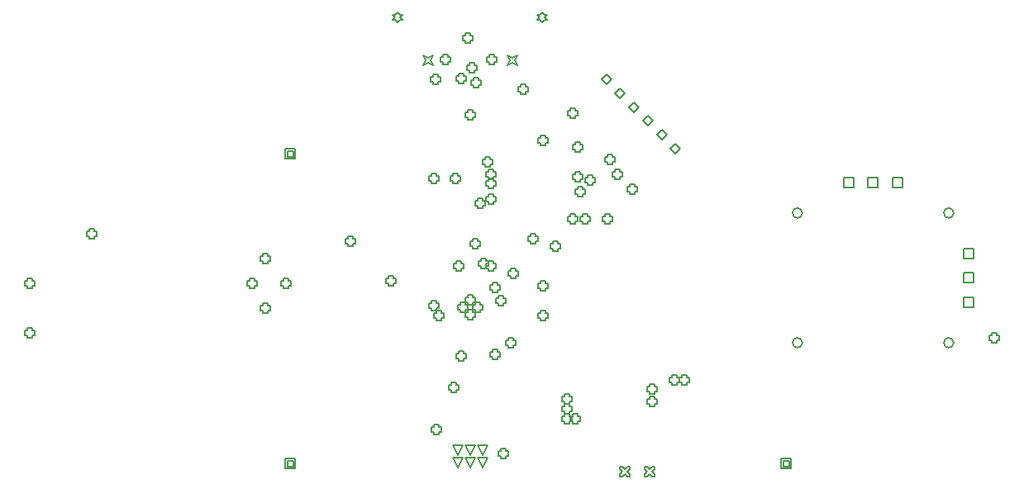
<source format=gbr>
%TF.GenerationSoftware,Altium Limited,Altium Designer,23.6.0 (18)*%
G04 Layer_Color=2752767*
%FSLAX25Y25*%
%MOIN*%
%TF.SameCoordinates,9FC677E3-0757-43A4-AD8A-435CCD31EDD7*%
%TF.FilePolarity,Positive*%
%TF.FileFunction,Drawing*%
%TF.Part,Single*%
G01*
G75*
%TA.AperFunction,NonConductor*%
%ADD105C,0.00500*%
%ADD106C,0.00667*%
D105*
X148000Y148000D02*
Y152000D01*
X152000D01*
Y148000D01*
X148000D01*
X148800Y148800D02*
Y151200D01*
X151200D01*
Y148800D01*
X148800D01*
X148000Y23000D02*
Y27000D01*
X152000D01*
Y23000D01*
X148000D01*
X148800Y23800D02*
Y26200D01*
X151200D01*
Y23800D01*
X148800D01*
X237508Y185921D02*
X238508Y187921D01*
X237508Y189921D01*
X239508Y188921D01*
X241508Y189921D01*
X240508Y187921D01*
X241508Y185921D01*
X239508Y186921D01*
X237508Y185921D01*
X203492D02*
X204492Y187921D01*
X203492Y189921D01*
X205492Y188921D01*
X207492Y189921D01*
X206492Y187921D01*
X207492Y185921D01*
X205492Y186921D01*
X203492Y185921D01*
X251634Y203284D02*
X252634Y204284D01*
X253634D01*
X252634Y205284D01*
X253634Y206284D01*
X252634D01*
X251634Y207284D01*
X250634Y206284D01*
X249634D01*
X250634Y205284D01*
X249634Y204284D01*
X250634D01*
X251634Y203284D01*
X193366D02*
X194366Y204284D01*
X195366D01*
X194366Y205284D01*
X195366Y206284D01*
X194366D01*
X193366Y207284D01*
X192366Y206284D01*
X191366D01*
X192366Y205284D01*
X191366Y204284D01*
X192366D01*
X193366Y203284D01*
X217500Y23549D02*
X215500Y27549D01*
X219500D01*
X217500Y23549D01*
Y28549D02*
X215500Y32549D01*
X219500D01*
X217500Y28549D01*
X222500Y23549D02*
X220500Y27549D01*
X224500D01*
X222500Y23549D01*
Y28549D02*
X220500Y32549D01*
X224500D01*
X222500Y28549D01*
X227500Y23549D02*
X225500Y27549D01*
X229500D01*
X227500Y23549D01*
Y28549D02*
X225500Y32549D01*
X229500D01*
X227500Y28549D01*
X303298Y152214D02*
X305298Y154214D01*
X307298Y152214D01*
X305298Y150214D01*
X303298Y152214D01*
X297730Y157782D02*
X299730Y159782D01*
X301730Y157782D01*
X299730Y155781D01*
X297730Y157782D01*
X292162Y163349D02*
X294162Y165349D01*
X296162Y163349D01*
X294162Y161349D01*
X292162Y163349D01*
X286595Y168917D02*
X288595Y170917D01*
X290595Y168917D01*
X288595Y166917D01*
X286595Y168917D01*
X281027Y174485D02*
X283027Y176485D01*
X285027Y174485D01*
X283027Y172485D01*
X281027Y174485D01*
X275459Y180052D02*
X277459Y182053D01*
X279459Y180052D01*
X277459Y178052D01*
X275459Y180052D01*
X293000Y19755D02*
X294000D01*
X295000Y20755D01*
X296000Y19755D01*
X297000D01*
Y20755D01*
X296000Y21755D01*
X297000Y22755D01*
Y23755D01*
X296000D01*
X295000Y22755D01*
X294000Y23755D01*
X293000D01*
Y22755D01*
X294000Y21755D01*
X293000Y20755D01*
Y19755D01*
X283000D02*
X284000D01*
X285000Y20755D01*
X286000Y19755D01*
X287000D01*
Y20755D01*
X286000Y21755D01*
X287000Y22755D01*
Y23755D01*
X286000D01*
X285000Y22755D01*
X284000Y23755D01*
X283000D01*
Y22755D01*
X284000Y21755D01*
X283000Y20755D01*
Y19755D01*
X348000Y23000D02*
Y27000D01*
X352000D01*
Y23000D01*
X348000D01*
X348800Y23800D02*
Y26200D01*
X351200D01*
Y23800D01*
X348800D01*
X421386Y88157D02*
Y92158D01*
X425386D01*
Y88157D01*
X421386D01*
Y98000D02*
Y102000D01*
X425386D01*
Y98000D01*
X421386D01*
Y107843D02*
Y111843D01*
X425386D01*
Y107843D01*
X421386D01*
X392843Y136386D02*
Y140386D01*
X396843D01*
Y136386D01*
X392843D01*
X383000D02*
Y140386D01*
X387000D01*
Y136386D01*
X383000D01*
X373158D02*
Y140386D01*
X377157D01*
Y136386D01*
X373158D01*
X262977Y165500D02*
Y164500D01*
X264977D01*
Y165500D01*
X265977D01*
Y167500D01*
X264977D01*
Y168500D01*
X262977D01*
Y167500D01*
X261977D01*
Y165500D01*
X262977D01*
X43958Y96797D02*
Y95797D01*
X45958D01*
Y96797D01*
X46958D01*
Y98796D01*
X45958D01*
Y99796D01*
X43958D01*
Y98796D01*
X42958D01*
Y96797D01*
X43958D01*
Y76797D02*
Y75797D01*
X45958D01*
Y76797D01*
X46958D01*
Y78796D01*
X45958D01*
Y79796D01*
X43958D01*
Y78796D01*
X42958D01*
Y76797D01*
X43958D01*
X68958Y116797D02*
Y115796D01*
X70958D01*
Y116797D01*
X71958D01*
Y118797D01*
X70958D01*
Y119797D01*
X68958D01*
Y118797D01*
X67958D01*
Y116797D01*
X68958D01*
X133560Y96797D02*
Y95797D01*
X135560D01*
Y96797D01*
X136560D01*
Y98796D01*
X135560D01*
Y99796D01*
X133560D01*
Y98796D01*
X132560D01*
Y96797D01*
X133560D01*
X138958Y106797D02*
Y105797D01*
X140958D01*
Y106797D01*
X141958D01*
Y108797D01*
X140958D01*
Y109797D01*
X138958D01*
Y108797D01*
X137958D01*
Y106797D01*
X138958D01*
Y86796D02*
Y85796D01*
X140958D01*
Y86796D01*
X141958D01*
Y88797D01*
X140958D01*
Y89797D01*
X138958D01*
Y88797D01*
X137958D01*
Y86796D01*
X138958D01*
X147177Y96797D02*
Y95797D01*
X149177D01*
Y96797D01*
X150177D01*
Y98796D01*
X149177D01*
Y99796D01*
X147177D01*
Y98796D01*
X146177D01*
Y96797D01*
X147177D01*
X173136Y113755D02*
Y112755D01*
X175136D01*
Y113755D01*
X176136D01*
Y115755D01*
X175136D01*
Y116755D01*
X173136D01*
Y115755D01*
X172136D01*
Y113755D01*
X173136D01*
X189500Y97755D02*
Y96755D01*
X191500D01*
Y97755D01*
X192500D01*
Y99755D01*
X191500D01*
Y100755D01*
X189500D01*
Y99755D01*
X188500D01*
Y97755D01*
X189500D01*
X221500Y84169D02*
Y83169D01*
X223500D01*
Y84169D01*
X224500D01*
Y86169D01*
X223500D01*
Y87169D01*
X221500D01*
Y86169D01*
X220500D01*
Y84169D01*
X221500D01*
X218438Y87231D02*
Y86231D01*
X220438D01*
Y87231D01*
X221438D01*
Y89231D01*
X220438D01*
Y90231D01*
X218438D01*
Y89231D01*
X217438D01*
Y87231D01*
X218438D01*
X224562D02*
Y86231D01*
X226562D01*
Y87231D01*
X227562D01*
Y89231D01*
X226562D01*
Y90231D01*
X224562D01*
Y89231D01*
X223562D01*
Y87231D01*
X224562D01*
X221500Y90294D02*
Y89294D01*
X223500D01*
Y90294D01*
X224500D01*
Y92294D01*
X223500D01*
Y93294D01*
X221500D01*
Y92294D01*
X220500D01*
Y90294D01*
X221500D01*
X207000Y87755D02*
Y86755D01*
X209000D01*
Y87755D01*
X210000D01*
Y89755D01*
X209000D01*
Y90755D01*
X207000D01*
Y89755D01*
X206000D01*
Y87755D01*
X207000D01*
Y139255D02*
Y138255D01*
X209000D01*
Y139255D01*
X210000D01*
Y141255D01*
X209000D01*
Y142255D01*
X207000D01*
Y141255D01*
X206000D01*
Y139255D01*
X207000D01*
X207500Y179255D02*
Y178255D01*
X209500D01*
Y179255D01*
X210500D01*
Y181255D01*
X209500D01*
Y182255D01*
X207500D01*
Y181255D01*
X206500D01*
Y179255D01*
X207500D01*
X208000Y37755D02*
Y36755D01*
X210000D01*
Y37755D01*
X211000D01*
Y39755D01*
X210000D01*
Y40755D01*
X208000D01*
Y39755D01*
X207000D01*
Y37755D01*
X208000D01*
X209000Y83755D02*
Y82755D01*
X211000D01*
Y83755D01*
X212000D01*
Y85755D01*
X211000D01*
Y86755D01*
X209000D01*
Y85755D01*
X208000D01*
Y83755D01*
X209000D01*
X211468Y187151D02*
Y186151D01*
X213468D01*
Y187151D01*
X214468D01*
Y189151D01*
X213468D01*
Y190151D01*
X211468D01*
Y189151D01*
X210468D01*
Y187151D01*
X211468D01*
X215000Y54755D02*
Y53755D01*
X217000D01*
Y54755D01*
X218000D01*
Y56755D01*
X217000D01*
Y57755D01*
X215000D01*
Y56755D01*
X214000D01*
Y54755D01*
X215000D01*
X215500Y139255D02*
Y138255D01*
X217500D01*
Y139255D01*
X218500D01*
Y141255D01*
X217500D01*
Y142255D01*
X215500D01*
Y141255D01*
X214500D01*
Y139255D01*
X215500D01*
X217000Y103755D02*
Y102755D01*
X219000D01*
Y103755D01*
X220000D01*
Y105755D01*
X219000D01*
Y106755D01*
X217000D01*
Y105755D01*
X216000D01*
Y103755D01*
X217000D01*
X217757Y67498D02*
Y66498D01*
X219757D01*
Y67498D01*
X220757D01*
Y69498D01*
X219757D01*
Y70498D01*
X217757D01*
Y69498D01*
X216757D01*
Y67498D01*
X217757D01*
X217979Y179477D02*
Y178477D01*
X219979D01*
Y179477D01*
X220979D01*
Y181477D01*
X219979D01*
Y182477D01*
X217979D01*
Y181477D01*
X216979D01*
Y179477D01*
X217979D01*
X220494Y195748D02*
Y194748D01*
X222494D01*
Y195748D01*
X223494D01*
Y197748D01*
X222494D01*
Y198748D01*
X220494D01*
Y197748D01*
X219494D01*
Y195748D01*
X220494D01*
X221500Y164752D02*
Y163752D01*
X223500D01*
Y164752D01*
X224500D01*
Y166752D01*
X223500D01*
Y167752D01*
X221500D01*
Y166752D01*
X220500D01*
Y164752D01*
X221500D01*
X222106Y183848D02*
Y182848D01*
X224106D01*
Y183848D01*
X225106D01*
Y185848D01*
X224106D01*
Y186848D01*
X222106D01*
Y185848D01*
X221106D01*
Y183848D01*
X222106D01*
X223500Y112755D02*
Y111755D01*
X225500D01*
Y112755D01*
X226500D01*
Y114755D01*
X225500D01*
Y115755D01*
X223500D01*
Y114755D01*
X222500D01*
Y112755D01*
X223500D01*
X224000Y177755D02*
Y176755D01*
X226000D01*
Y177755D01*
X227000D01*
Y179755D01*
X226000D01*
Y180755D01*
X224000D01*
Y179755D01*
X223000D01*
Y177755D01*
X224000D01*
X225500Y129255D02*
Y128255D01*
X227500D01*
Y129255D01*
X228500D01*
Y131255D01*
X227500D01*
Y132255D01*
X225500D01*
Y131255D01*
X224500D01*
Y129255D01*
X225500D01*
X226885Y104870D02*
Y103870D01*
X228885D01*
Y104870D01*
X229885D01*
Y106870D01*
X228885D01*
Y107870D01*
X226885D01*
Y106870D01*
X225885D01*
Y104870D01*
X226885D01*
X228500Y145755D02*
Y144755D01*
X230500D01*
Y145755D01*
X231500D01*
Y147755D01*
X230500D01*
Y148755D01*
X228500D01*
Y147755D01*
X227500D01*
Y145755D01*
X228500D01*
X229997Y140836D02*
Y139836D01*
X231997D01*
Y140836D01*
X232997D01*
Y142836D01*
X231997D01*
Y143836D01*
X229997D01*
Y142836D01*
X228997D01*
Y140836D01*
X229997D01*
X230000Y103755D02*
Y102755D01*
X232000D01*
Y103755D01*
X233000D01*
Y105755D01*
X232000D01*
Y106755D01*
X230000D01*
Y105755D01*
X229000D01*
Y103755D01*
X230000D01*
Y137255D02*
Y136255D01*
X232000D01*
Y137255D01*
X233000D01*
Y139255D01*
X232000D01*
Y140255D01*
X230000D01*
Y139255D01*
X229000D01*
Y137255D01*
X230000D01*
Y130755D02*
Y129755D01*
X232000D01*
Y130755D01*
X233000D01*
Y132755D01*
X232000D01*
Y133755D01*
X230000D01*
Y132755D01*
X229000D01*
Y130755D01*
X230000D01*
X230358Y187055D02*
Y186055D01*
X232358D01*
Y187055D01*
X233358D01*
Y189055D01*
X232358D01*
Y190055D01*
X230358D01*
Y189055D01*
X229358D01*
Y187055D01*
X230358D01*
X231500Y95255D02*
Y94255D01*
X233500D01*
Y95255D01*
X234500D01*
Y97255D01*
X233500D01*
Y98255D01*
X231500D01*
Y97255D01*
X230500D01*
Y95255D01*
X231500D01*
Y68255D02*
Y67255D01*
X233500D01*
Y68255D01*
X234500D01*
Y70255D01*
X233500D01*
Y71255D01*
X231500D01*
Y70255D01*
X230500D01*
Y68255D01*
X231500D01*
X234000Y89755D02*
Y88755D01*
X236000D01*
Y89755D01*
X237000D01*
Y91755D01*
X236000D01*
Y92755D01*
X234000D01*
Y91755D01*
X233000D01*
Y89755D01*
X234000D01*
X235000Y28255D02*
Y27255D01*
X237000D01*
Y28255D01*
X238000D01*
Y30255D01*
X237000D01*
Y31255D01*
X235000D01*
Y30255D01*
X234000D01*
Y28255D01*
X235000D01*
X237958Y72796D02*
Y71797D01*
X239958D01*
Y72796D01*
X240958D01*
Y74796D01*
X239958D01*
Y75797D01*
X237958D01*
Y74796D01*
X236958D01*
Y72796D01*
X237958D01*
X238958Y100796D02*
Y99796D01*
X240958D01*
Y100796D01*
X241958D01*
Y102796D01*
X240958D01*
Y103797D01*
X238958D01*
Y102796D01*
X237958D01*
Y100796D01*
X238958D01*
X243000Y175255D02*
Y174255D01*
X245000D01*
Y175255D01*
X246000D01*
Y177255D01*
X245000D01*
Y178255D01*
X243000D01*
Y177255D01*
X242000D01*
Y175255D01*
X243000D01*
X247000Y114755D02*
Y113755D01*
X249000D01*
Y114755D01*
X250000D01*
Y116755D01*
X249000D01*
Y117755D01*
X247000D01*
Y116755D01*
X246000D01*
Y114755D01*
X247000D01*
X250790Y154310D02*
Y153310D01*
X252790D01*
Y154310D01*
X253790D01*
Y156310D01*
X252790D01*
Y157310D01*
X250790D01*
Y156310D01*
X249790D01*
Y154310D01*
X250790D01*
X251000Y83755D02*
Y82755D01*
X253000D01*
Y83755D01*
X254000D01*
Y85755D01*
X253000D01*
Y86755D01*
X251000D01*
Y85755D01*
X250000D01*
Y83755D01*
X251000D01*
X251014Y95723D02*
Y94723D01*
X253014D01*
Y95723D01*
X254014D01*
Y97723D01*
X253014D01*
Y98723D01*
X251014D01*
Y97723D01*
X250014D01*
Y95723D01*
X251014D01*
X256000Y111755D02*
Y110755D01*
X258000D01*
Y111755D01*
X259000D01*
Y113755D01*
X258000D01*
Y114755D01*
X256000D01*
Y113755D01*
X255000D01*
Y111755D01*
X256000D01*
X260500Y42255D02*
Y41255D01*
X262500D01*
Y42255D01*
X263500D01*
Y44255D01*
X262500D01*
Y45255D01*
X260500D01*
Y44255D01*
X259500D01*
Y42255D01*
X260500D01*
Y50255D02*
Y49255D01*
X262500D01*
Y50255D01*
X263500D01*
Y52255D01*
X262500D01*
Y53255D01*
X260500D01*
Y52255D01*
X259500D01*
Y50255D01*
X260500D01*
Y46255D02*
Y45255D01*
X262500D01*
Y46255D01*
X263500D01*
Y48255D01*
X262500D01*
Y49255D01*
X260500D01*
Y48255D01*
X259500D01*
Y46255D01*
X260500D01*
X263000Y122755D02*
Y121755D01*
X265000D01*
Y122755D01*
X266000D01*
Y124755D01*
X265000D01*
Y125755D01*
X263000D01*
Y124755D01*
X262000D01*
Y122755D01*
X263000D01*
X264000Y42255D02*
Y41255D01*
X266000D01*
Y42255D01*
X267000D01*
Y44255D01*
X266000D01*
Y45255D01*
X264000D01*
Y44255D01*
X263000D01*
Y42255D01*
X264000D01*
X265000Y151755D02*
Y150755D01*
X267000D01*
Y151755D01*
X268000D01*
Y153755D01*
X267000D01*
Y154755D01*
X265000D01*
Y153755D01*
X264000D01*
Y151755D01*
X265000D01*
Y139755D02*
Y138755D01*
X267000D01*
Y139755D01*
X268000D01*
Y141755D01*
X267000D01*
Y142755D01*
X265000D01*
Y141755D01*
X264000D01*
Y139755D01*
X265000D01*
X266018Y133772D02*
Y132772D01*
X268018D01*
Y133772D01*
X269018D01*
Y135772D01*
X268018D01*
Y136772D01*
X266018D01*
Y135772D01*
X265018D01*
Y133772D01*
X266018D01*
X268000Y122755D02*
Y121755D01*
X270000D01*
Y122755D01*
X271000D01*
Y124755D01*
X270000D01*
Y125755D01*
X268000D01*
Y124755D01*
X267000D01*
Y122755D01*
X268000D01*
X269937Y138346D02*
Y137346D01*
X271937D01*
Y138346D01*
X272937D01*
Y140346D01*
X271937D01*
Y141346D01*
X269937D01*
Y140346D01*
X268937D01*
Y138346D01*
X269937D01*
X277000Y122755D02*
Y121755D01*
X279000D01*
Y122755D01*
X280000D01*
Y124755D01*
X279000D01*
Y125755D01*
X277000D01*
Y124755D01*
X276000D01*
Y122755D01*
X277000D01*
X278000Y146755D02*
Y145755D01*
X280000D01*
Y146755D01*
X281000D01*
Y148755D01*
X280000D01*
Y149755D01*
X278000D01*
Y148755D01*
X277000D01*
Y146755D01*
X278000D01*
X281000Y140755D02*
Y139755D01*
X283000D01*
Y140755D01*
X284000D01*
Y142755D01*
X283000D01*
Y143755D01*
X281000D01*
Y142755D01*
X280000D01*
Y140755D01*
X281000D01*
X287000Y134755D02*
Y133755D01*
X289000D01*
Y134755D01*
X290000D01*
Y136755D01*
X289000D01*
Y137755D01*
X287000D01*
Y136755D01*
X286000D01*
Y134755D01*
X287000D01*
X295000Y54255D02*
Y53255D01*
X297000D01*
Y54255D01*
X298000D01*
Y56255D01*
X297000D01*
Y57255D01*
X295000D01*
Y56255D01*
X294000D01*
Y54255D01*
X295000D01*
Y49255D02*
Y48255D01*
X297000D01*
Y49255D01*
X298000D01*
Y51255D01*
X297000D01*
Y52255D01*
X295000D01*
Y51255D01*
X294000D01*
Y49255D01*
X295000D01*
X304000Y57755D02*
Y56755D01*
X306000D01*
Y57755D01*
X307000D01*
Y59755D01*
X306000D01*
Y60755D01*
X304000D01*
Y59755D01*
X303000D01*
Y57755D01*
X304000D01*
X308000D02*
Y56755D01*
X310000D01*
Y57755D01*
X311000D01*
Y59755D01*
X310000D01*
Y60755D01*
X308000D01*
Y59755D01*
X307000D01*
Y57755D01*
X308000D01*
X433000Y74755D02*
Y73755D01*
X435000D01*
Y74755D01*
X436000D01*
Y76755D01*
X435000D01*
Y77755D01*
X433000D01*
Y76755D01*
X432000D01*
Y74755D01*
X433000D01*
D106*
X356488Y73819D02*
G03*
X356488Y73819I-2000J0D01*
G01*
Y126181D02*
G03*
X356488Y126181I-2000J0D01*
G01*
X417512Y73819D02*
G03*
X417512Y73819I-2000J0D01*
G01*
Y126181D02*
G03*
X417512Y126181I-2000J0D01*
G01*
%TF.MD5,b78af471cfd7fb7f70f7b36e3edfe97c*%
M02*

</source>
